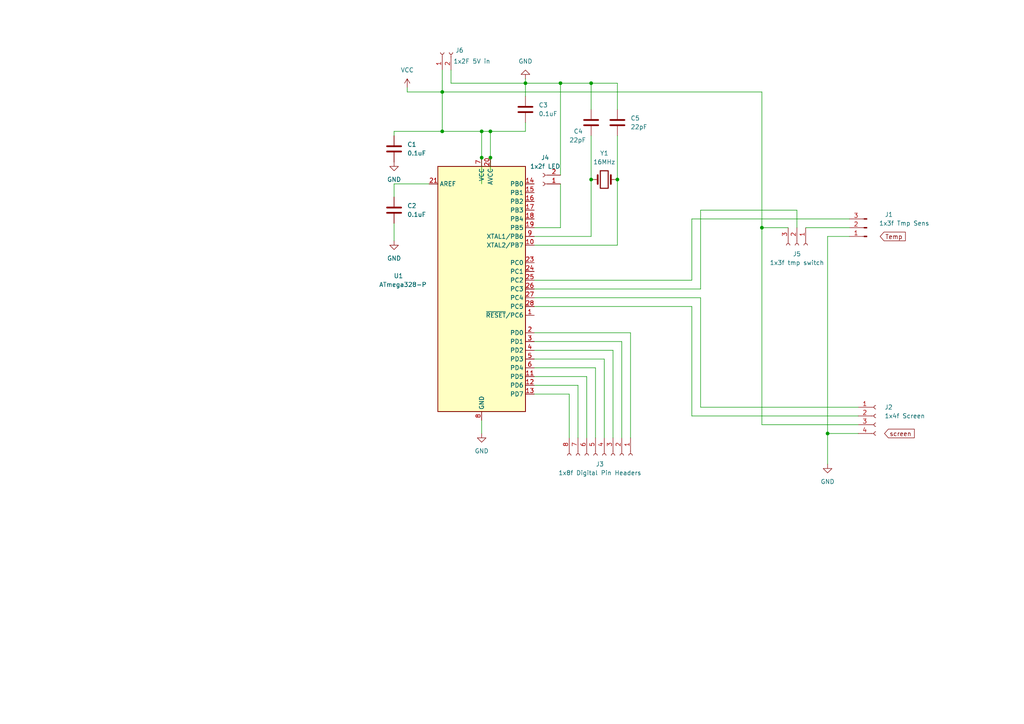
<source format=kicad_sch>
(kicad_sch (version 20211123) (generator eeschema)
  (paper "A4")
  (title_block (title "Remote Water Quality Monitor") (date "2022-10-30") (rev "MDR") (company "Team 29/01"))
  (lib_symbols
    (symbol "Connector:Conn_01x02_Female" (pin_names (offset 1.016) hide)
      (property "Reference" "J" (at 0 2.54 0))
      (property "Value" "Conn_01x02_Female" (at 0 -5.08 0))
      (symbol "Conn_01x02_Female_1_1"
        (arc (start 0 -2.032) (mid -0.508 -2.54) (end 0 -3.048) (stroke (width 0.1524)))
        (polyline (pts (xy -1.27 -2.54) (xy -0.508 -2.54)) (stroke (width 0.1524)))
        (polyline (pts (xy -1.27 0) (xy -0.508 0)) (stroke (width 0.1524)))
        (arc (start 0 0.508) (mid -0.508 0) (end 0 -0.508) (stroke (width 0.1524)))
        (pin passive line (at -5.08 0 0) (length 3.81) (name "Pin_1") (number "1"))
        (pin passive line (at -5.08 -2.54 0) (length 3.81) (name "Pin_2") (number "2"))
      )
    )
    (symbol "Connector:Conn_01x03_Female" (pin_names (offset 1.016) hide)
      (property "Reference" "J" (at 0 5.08 0))
      (property "Value" "Conn_01x03_Female" (at 0 -5.08 0))
      (symbol "Conn_01x03_Female_1_1"
        (arc (start 0 -2.032) (mid -0.508 -2.54) (end 0 -3.048) (stroke (width 0.1524)))
        (polyline (pts (xy -1.27 -2.54) (xy -0.508 -2.54)) (stroke (width 0.1524)))
        (polyline (pts (xy -1.27 0) (xy -0.508 0)) (stroke (width 0.1524)))
        (polyline (pts (xy -1.27 2.54) (xy -0.508 2.54)) (stroke (width 0.1524)))
        (arc (start 0 0.508) (mid -0.508 0) (end 0 -0.508) (stroke (width 0.1524)))
        (arc (start 0 3.048) (mid -0.508 2.54) (end 0 2.032) (stroke (width 0.1524)))
        (pin passive line (at -5.08 2.54 0) (length 3.81) (name "Pin_1") (number "1"))
        (pin passive line (at -5.08 0 0) (length 3.81) (name "Pin_2") (number "2"))
        (pin passive line (at -5.08 -2.54 0) (length 3.81) (name "Pin_3") (number "3"))
      )
    )
    (symbol "Connector:Conn_01x03_Male" (pin_names (offset 1.016) hide)
      (property "Reference" "J" (at 0 5.08 0))
      (property "Value" "Conn_01x03_Male" (at 0 -5.08 0))
      (symbol "Conn_01x03_Male_1_1"
        (polyline (pts (xy 1.27 -2.54) (xy 0.8636 -2.54)) (stroke (width 0.1524)))
        (polyline (pts (xy 1.27 0) (xy 0.8636 0)) (stroke (width 0.1524)))
        (polyline (pts (xy 1.27 2.54) (xy 0.8636 2.54)) (stroke (width 0.1524)))
        (rectangle (start 0.8636 -2.413) (end 0 -2.667) (stroke (width 0.1524)) (fill (type outline)))
        (rectangle (start 0.8636 0.127) (end 0 -0.127) (stroke (width 0.1524)) (fill (type outline)))
        (rectangle (start 0.8636 2.667) (end 0 2.413) (stroke (width 0.1524)) (fill (type outline)))
        (pin passive line (at 5.08 2.54 180) (length 3.81) (name "Pin_1") (number "1"))
        (pin passive line (at 5.08 0 180) (length 3.81) (name "Pin_2") (number "2"))
        (pin passive line (at 5.08 -2.54 180) (length 3.81) (name "Pin_3") (number "3"))
      )
    )
    (symbol "Connector:Conn_01x04_Female" (pin_names (offset 1.016) hide)
      (property "Reference" "J" (at 0 5.08 0))
      (property "Value" "Conn_01x04_Female" (at 0 -7.62 0))
      (symbol "Conn_01x04_Female_1_1"
        (arc (start 0 -4.572) (mid -0.508 -5.08) (end 0 -5.588) (stroke (width 0.1524)))
        (arc (start 0 -2.032) (mid -0.508 -2.54) (end 0 -3.048) (stroke (width 0.1524)))
        (polyline (pts (xy -1.27 -5.08) (xy -0.508 -5.08)) (stroke (width 0.1524)))
        (polyline (pts (xy -1.27 -2.54) (xy -0.508 -2.54)) (stroke (width 0.1524)))
        (polyline (pts (xy -1.27 0) (xy -0.508 0)) (stroke (width 0.1524)))
        (polyline (pts (xy -1.27 2.54) (xy -0.508 2.54)) (stroke (width 0.1524)))
        (arc (start 0 0.508) (mid -0.508 0) (end 0 -0.508) (stroke (width 0.1524)))
        (arc (start 0 3.048) (mid -0.508 2.54) (end 0 2.032) (stroke (width 0.1524)))
        (pin passive line (at -5.08 2.54 0) (length 3.81) (name "Pin_1") (number "1"))
        (pin passive line (at -5.08 0 0) (length 3.81) (name "Pin_2") (number "2"))
        (pin passive line (at -5.08 -2.54 0) (length 3.81) (name "Pin_3") (number "3"))
        (pin passive line (at -5.08 -5.08 0) (length 3.81) (name "Pin_4") (number "4"))
      )
    )
    (symbol "Connector:Conn_01x08_Female" (pin_names (offset 1.016) hide)
      (property "Reference" "J" (at 0 10.16 0))
      (property "Value" "Conn_01x08_Female" (at 0 -12.7 0))
      (symbol "Conn_01x08_Female_1_1"
        (arc (start 0 -9.652) (mid -0.508 -10.16) (end 0 -10.668) (stroke (width 0.1524)))
        (arc (start 0 -7.112) (mid -0.508 -7.62) (end 0 -8.128) (stroke (width 0.1524)))
        (arc (start 0 -4.572) (mid -0.508 -5.08) (end 0 -5.588) (stroke (width 0.1524)))
        (arc (start 0 -2.032) (mid -0.508 -2.54) (end 0 -3.048) (stroke (width 0.1524)))
        (polyline (pts (xy -1.27 -10.16) (xy -0.508 -10.16)) (stroke (width 0.1524)))
        (polyline (pts (xy -1.27 -7.62) (xy -0.508 -7.62)) (stroke (width 0.1524)))
        (polyline (pts (xy -1.27 -5.08) (xy -0.508 -5.08)) (stroke (width 0.1524)))
        (polyline (pts (xy -1.27 -2.54) (xy -0.508 -2.54)) (stroke (width 0.1524)))
        (polyline (pts (xy -1.27 0) (xy -0.508 0)) (stroke (width 0.1524)))
        (polyline (pts (xy -1.27 2.54) (xy -0.508 2.54)) (stroke (width 0.1524)))
        (polyline (pts (xy -1.27 5.08) (xy -0.508 5.08)) (stroke (width 0.1524)))
        (polyline (pts (xy -1.27 7.62) (xy -0.508 7.62)) (stroke (width 0.1524)))
        (arc (start 0 0.508) (mid -0.508 0) (end 0 -0.508) (stroke (width 0.1524)))
        (arc (start 0 3.048) (mid -0.508 2.54) (end 0 2.032) (stroke (width 0.1524)))
        (arc (start 0 5.588) (mid -0.508 5.08) (end 0 4.572) (stroke (width 0.1524)))
        (arc (start 0 8.128) (mid -0.508 7.62) (end 0 7.112) (stroke (width 0.1524)))
        (pin passive line (at -5.08 7.62 0) (length 3.81) (name "Pin_1") (number "1"))
        (pin passive line (at -5.08 5.08 0) (length 3.81) (name "Pin_2") (number "2"))
        (pin passive line (at -5.08 2.54 0) (length 3.81) (name "Pin_3") (number "3"))
        (pin passive line (at -5.08 0 0) (length 3.81) (name "Pin_4") (number "4"))
        (pin passive line (at -5.08 -2.54 0) (length 3.81) (name "Pin_5") (number "5"))
        (pin passive line (at -5.08 -5.08 0) (length 3.81) (name "Pin_6") (number "6"))
        (pin passive line (at -5.08 -7.62 0) (length 3.81) (name "Pin_7") (number "7"))
        (pin passive line (at -5.08 -10.16 0) (length 3.81) (name "Pin_8") (number "8"))
      )
    )
    (symbol "Device:C" (pin_numbers hide) (pin_names (offset 0.254))
      (property "Reference" "C" (at 0.635 2.54 0))
      (property "Value" "C" (at 0.635 -2.54 0))
      (symbol "C_0_1"
        (polyline (pts (xy -2.032 -0.762) (xy 2.032 -0.762)) (stroke (width 0.508)))
        (polyline (pts (xy -2.032 0.762) (xy 2.032 0.762)) (stroke (width 0.508)))
      )
      (symbol "C_1_1"
        (pin passive line (at 0 3.81 270) (length 2.794) (name "~") (number "1"))
        (pin passive line (at 0 -3.81 90) (length 2.794) (name "~") (number "2"))
      )
    )
    (symbol "Device:Crystal" (pin_numbers hide) (pin_names (offset 1.016) hide)
      (property "Reference" "Y" (at 0 3.81 0))
      (property "Value" "Crystal" (at 0 -3.81 0))
      (symbol "Crystal_0_1"
        (rectangle (start -1.143 2.54) (end 1.143 -2.54) (stroke (width 0.3048)))
        (polyline (pts (xy -2.54 0) (xy -1.905 0)))
        (polyline (pts (xy -1.905 -1.27) (xy -1.905 1.27)) (stroke (width 0.508)))
        (polyline (pts (xy 1.905 -1.27) (xy 1.905 1.27)) (stroke (width 0.508)))
        (polyline (pts (xy 2.54 0) (xy 1.905 0)))
      )
      (symbol "Crystal_1_1"
        (pin passive line (at -3.81 0 0) (length 1.27) (name "1") (number "1"))
        (pin passive line (at 3.81 0 180) (length 1.27) (name "2") (number "2"))
      )
    )
    (symbol "MCU_Microchip_ATmega:ATmega328-P"
      (property "Reference" "U" (at -12.7 36.83 0))
      (property "Value" "ATmega328-P" (at 2.54 -36.83 0))
      (symbol "ATmega328-P_0_1"
        (rectangle (start -12.7 -35.56) (end 12.7 35.56) (stroke (width 0.254)) (fill (type background)))
      )
      (symbol "ATmega328-P_1_1"
        (pin bidirectional line (at 15.24 -7.62 180) (length 2.54) (name "~{RESET}/PC6") (number "1"))
        (pin bidirectional line (at 15.24 12.7 180) (length 2.54) (name "XTAL2/PB7") (number "10"))
        (pin bidirectional line (at 15.24 -25.4 180) (length 2.54) (name "PD5") (number "11"))
        (pin bidirectional line (at 15.24 -27.94 180) (length 2.54) (name "PD6") (number "12"))
        (pin bidirectional line (at 15.24 -30.48 180) (length 2.54) (name "PD7") (number "13"))
        (pin bidirectional line (at 15.24 30.48 180) (length 2.54) (name "PB0") (number "14"))
        (pin bidirectional line (at 15.24 27.94 180) (length 2.54) (name "PB1") (number "15"))
        (pin bidirectional line (at 15.24 25.4 180) (length 2.54) (name "PB2") (number "16"))
        (pin bidirectional line (at 15.24 22.86 180) (length 2.54) (name "PB3") (number "17"))
        (pin bidirectional line (at 15.24 20.32 180) (length 2.54) (name "PB4") (number "18"))
        (pin bidirectional line (at 15.24 17.78 180) (length 2.54) (name "PB5") (number "19"))
        (pin bidirectional line (at 15.24 -12.7 180) (length 2.54) (name "PD0") (number "2"))
        (pin power_in line (at 2.54 38.1 270) (length 2.54) (name "AVCC") (number "20"))
        (pin passive line (at -15.24 30.48 0) (length 2.54) (name "AREF") (number "21"))
        (pin passive line (at 0 -38.1 90) (length 2.54) hide (name "GND") (number "22"))
        (pin bidirectional line (at 15.24 7.62 180) (length 2.54) (name "PC0") (number "23"))
        (pin bidirectional line (at 15.24 5.08 180) (length 2.54) (name "PC1") (number "24"))
        (pin bidirectional line (at 15.24 2.54 180) (length 2.54) (name "PC2") (number "25"))
        (pin bidirectional line (at 15.24 0 180) (length 2.54) (name "PC3") (number "26"))
        (pin bidirectional line (at 15.24 -2.54 180) (length 2.54) (name "PC4") (number "27"))
        (pin bidirectional line (at 15.24 -5.08 180) (length 2.54) (name "PC5") (number "28"))
        (pin bidirectional line (at 15.24 -15.24 180) (length 2.54) (name "PD1") (number "3"))
        (pin bidirectional line (at 15.24 -17.78 180) (length 2.54) (name "PD2") (number "4"))
        (pin bidirectional line (at 15.24 -20.32 180) (length 2.54) (name "PD3") (number "5"))
        (pin bidirectional line (at 15.24 -22.86 180) (length 2.54) (name "PD4") (number "6"))
        (pin power_in line (at 0 38.1 270) (length 2.54) (name "VCC") (number "7"))
        (pin power_in line (at 0 -38.1 90) (length 2.54) (name "GND") (number "8"))
        (pin bidirectional line (at 15.24 15.24 180) (length 2.54) (name "XTAL1/PB6") (number "9"))
      )
    )
    (symbol "power:GND" (power) (pin_names (offset 0))
      (property "Value" "GND" (at 0 -3.81 0))
      (symbol "GND_0_1"
        (polyline (pts (xy 0 0) (xy 0 -1.27) (xy 1.27 -1.27) (xy 0 -2.54) (xy -1.27 -1.27) (xy 0 -1.27)))
      )
      (symbol "GND_1_1"
        (pin power_in line (at 0 0 270) (length 0) hide (name "GND") (number "1"))
      )
    )
    (symbol "power:VCC" (power) (pin_names (offset 0))
      (property "Value" "VCC" (at 0 3.81 0))
      (symbol "VCC_0_1"
        (polyline (pts (xy -0.762 1.27) (xy 0 2.54)))
        (polyline (pts (xy 0 0) (xy 0 2.54)))
        (polyline (pts (xy 0 2.54) (xy 0.762 1.27)))
      )
      (symbol "VCC_1_1"
        (pin power_in line (at 0 0 90) (length 0) hide (name "VCC") (number "1"))
      )
    )
  )
  (junction (at 162.56 24.13))
  (junction (at 179.07 52.07))
  (junction (at 240.03 125.73))
  (junction (at 139.7 45.72))
  (junction (at 128.27 38.1))
  (junction (at 152.4 24.13))
  (junction (at 171.45 24.13))
  (junction (at 128.27 26.67))
  (junction (at 171.45 52.07))
  (junction (at 139.7 38.1))
  (junction (at 142.24 45.72))
  (junction (at 220.98 66.04))
  (junction (at 142.24 38.1))
  (wire (pts (xy 240.03 68.58) (xy 246.38 68.58)))
  (wire (pts (xy 240.03 68.58) (xy 240.03 125.73)))
  (wire (pts (xy 139.7 45.72) (xy 139.7 53.34)))
  (wire (pts (xy 240.03 134.62) (xy 240.03 125.73)))
  (wire (pts (xy 162.56 24.13) (xy 152.4 24.13)))
  (wire (pts (xy 162.56 53.34) (xy 162.56 66.04)))
  (wire (pts (xy 154.94 71.12) (xy 179.07 71.12)))
  (wire (pts (xy 203.2 60.96) (xy 231.14 60.96)))
  (wire (pts (xy 220.98 66.04) (xy 220.98 123.19)))
  (wire (pts (xy 114.3 39.37) (xy 114.3 38.1)))
  (wire (pts (xy 154.94 83.82) (xy 203.2 83.82)))
  (wire (pts (xy 154.94 68.58) (xy 171.45 68.58)))
  (wire (pts (xy 114.3 53.34) (xy 114.3 57.15)))
  (wire (pts (xy 152.4 38.1) (xy 152.4 35.56)))
  (wire (pts (xy 154.94 81.28) (xy 200.66 81.28)))
  (wire (pts (xy 142.24 38.1) (xy 142.24 45.72)))
  (wire (pts (xy 179.07 24.13) (xy 171.45 24.13)))
  (wire (pts (xy 154.94 96.52) (xy 182.88 96.52)))
  (wire (pts (xy 240.03 125.73) (xy 248.92 125.73)))
  (wire (pts (xy 172.72 106.68) (xy 172.72 127)))
  (wire (pts (xy 203.2 83.82) (xy 203.2 60.96)))
  (wire (pts (xy 152.4 22.86) (xy 152.4 24.13)))
  (wire (pts (xy 154.94 109.22) (xy 170.18 109.22)))
  (wire (pts (xy 203.2 118.11) (xy 248.92 118.11)))
  (wire (pts (xy 154.94 104.14) (xy 175.26 104.14)))
  (wire (pts (xy 124.46 53.34) (xy 114.3 53.34)))
  (wire (pts (xy 179.07 52.07) (xy 179.07 71.12)))
  (wire (pts (xy 162.56 24.13) (xy 162.56 50.8)))
  (wire (pts (xy 139.7 121.92) (xy 139.7 125.73)))
  (wire (pts (xy 170.18 109.22) (xy 170.18 127)))
  (wire (pts (xy 154.94 111.76) (xy 167.64 111.76)))
  (wire (pts (xy 171.45 24.13) (xy 162.56 24.13)))
  (wire (pts (xy 177.8 101.6) (xy 177.8 127)))
  (wire (pts (xy 128.27 20.32) (xy 128.27 26.67)))
  (wire (pts (xy 171.45 39.37) (xy 171.45 52.07)))
  (wire (pts (xy 154.94 101.6) (xy 177.8 101.6)))
  (wire (pts (xy 182.88 96.52) (xy 182.88 127)))
  (wire (pts (xy 139.7 38.1) (xy 139.7 45.72)))
  (wire (pts (xy 165.1 114.3) (xy 165.1 127)))
  (wire (pts (xy 154.94 106.68) (xy 172.72 106.68)))
  (wire (pts (xy 175.26 104.14) (xy 175.26 127)))
  (wire (pts (xy 203.2 86.36) (xy 203.2 118.11)))
  (wire (pts (xy 139.7 38.1) (xy 142.24 38.1)))
  (wire (pts (xy 154.94 114.3) (xy 165.1 114.3)))
  (wire (pts (xy 152.4 24.13) (xy 152.4 27.94)))
  (wire (pts (xy 142.24 38.1) (xy 152.4 38.1)))
  (wire (pts (xy 180.34 99.06) (xy 180.34 127)))
  (wire (pts (xy 154.94 66.04) (xy 162.56 66.04)))
  (wire (pts (xy 220.98 26.67) (xy 220.98 66.04)))
  (wire (pts (xy 118.11 26.67) (xy 118.11 25.4)))
  (wire (pts (xy 152.4 24.13) (xy 130.81 24.13)))
  (wire (pts (xy 128.27 26.67) (xy 128.27 38.1)))
  (wire (pts (xy 220.98 66.04) (xy 228.6 66.04)))
  (wire (pts (xy 200.66 120.65) (xy 248.92 120.65)))
  (wire (pts (xy 200.66 81.28) (xy 200.66 63.5)))
  (wire (pts (xy 154.94 99.06) (xy 180.34 99.06)))
  (wire (pts (xy 167.64 111.76) (xy 167.64 127)))
  (wire (pts (xy 200.66 88.9) (xy 200.66 120.65)))
  (wire (pts (xy 231.14 66.04) (xy 231.14 60.96)))
  (wire (pts (xy 142.24 49.53) (xy 142.24 45.72)))
  (wire (pts (xy 171.45 52.07) (xy 171.45 68.58)))
  (wire (pts (xy 179.07 31.75) (xy 179.07 24.13)))
  (wire (pts (xy 114.3 69.85) (xy 114.3 64.77)))
  (wire (pts (xy 114.3 38.1) (xy 128.27 38.1)))
  (wire (pts (xy 128.27 38.1) (xy 139.7 38.1)))
  (wire (pts (xy 154.94 86.36) (xy 203.2 86.36)))
  (wire (pts (xy 233.68 66.04) (xy 246.38 66.04)))
  (wire (pts (xy 154.94 88.9) (xy 200.66 88.9)))
  (wire (pts (xy 220.98 123.19) (xy 248.92 123.19)))
  (wire (pts (xy 130.81 20.32) (xy 130.81 24.13)))
  (wire (pts (xy 171.45 31.75) (xy 171.45 24.13)))
  (wire (pts (xy 179.07 39.37) (xy 179.07 52.07)))
  (wire (pts (xy 128.27 26.67) (xy 220.98 26.67)))
  (wire (pts (xy 200.66 63.5) (xy 246.38 63.5)))
  (wire (pts (xy 128.27 26.67) (xy 118.11 26.67)))
  (global_label "Temp" (shape input) (at 255.27 68.58 0) (property "Intersheet References" "${INTERSHEET_REFS}" (effects hide)))
  (global_label "screen" (shape input) (at 256.54 125.73 0) (property "Intersheet References" "${INTERSHEET_REFS}" (effects hide)))
  (symbol (lib_id "Device:C") (at 114.3 60.96 0) (unit 1)
    (property "Reference" "C2" (at 118.11 59.6899 0) (effects (justify left)))
    (property "Value" "0.1uF" (at 118.11 62.2299 0) (effects (justify left)))
    (property "Footprint" "Capacitor_SMD:C_1206_3216Metric" (effects hide))
  )
  (symbol (lib_id "Device:C") (at 114.3 43.18 0) (unit 1)
    (property "Reference" "C1" (at 118.11 41.9099 0) (effects (justify left)))
    (property "Value" "0.1uF" (at 118.11 44.4499 0) (effects (justify left)))
    (property "Footprint" "Capacitor_SMD:C_1206_3216Metric" (effects hide))
  )
  (symbol (lib_id "power:GND") (at 139.7 125.73 0) (unit 1)
    (property "Reference" "#PWR0103" (effects hide))
    (property "Value" "GND" (at 139.7 130.81 0))
  )
  (symbol (lib_id "power:GND") (at 114.3 69.85 0) (unit 1)
    (property "Reference" "#PWR0106" (effects hide))
    (property "Value" "GND" (at 114.3 74.93 0))
  )
  (symbol (lib_id "Connector:Conn_01x08_Female") (at 175.26 132.08 270) (unit 1)
    (property "Reference" "J3" (at 173.99 134.62 90))
    (property "Value" "1x8f Digital Pin Headers" (at 173.99 137.16 90))
    (property "Footprint" "Connector_PinSocket_2.54mm:PinSocket_1x08_P2.54mm_Vertical" (effects hide))
  )
  (symbol (lib_id "Device:Crystal") (at 175.26 52.07 0) (unit 1)
    (property "Reference" "Y1" (at 175.26 44.45 0))
    (property "Value" "16MHz" (at 175.26 46.99 0))
    (property "Footprint" "Crystal:Crystal_SMD_3225-4Pin_3.2x2.5mm" (effects hide))
  )
  (symbol (lib_id "power:GND") (at 114.3 46.99 0) (unit 1)
    (property "Reference" "#PWR0105" (effects hide))
    (property "Value" "GND" (at 114.3 52.07 0))
  )
  (symbol (lib_id "Device:C") (at 179.07 35.56 0) (unit 1)
    (property "Reference" "C5" (at 182.88 34.2899 0) (effects (justify left)))
    (property "Value" "22pF" (at 182.88 36.8299 0) (effects (justify left)))
    (property "Footprint" "Capacitor_SMD:C_1206_3216Metric" (effects hide))
  )
  (symbol (lib_id "power:GND") (at 240.03 134.62 0) (unit 1)
    (property "Reference" "#PWR0104" (effects hide))
    (property "Value" "GND" (at 240.03 139.7 0))
  )
  (symbol (lib_id "Device:C") (at 171.45 35.56 0) (unit 1)
    (property "Reference" "C4" (at 166.37 38.1 0) (effects (justify left)))
    (property "Value" "22pF" (at 165.1 40.64 0) (effects (justify left)))
    (property "Footprint" "Capacitor_SMD:C_1206_3216Metric" (effects hide))
  )
  (symbol (lib_id "Connector:Conn_01x03_Female") (at 231.14 71.12 270) (unit 1)
    (property "Reference" "J5" (at 231.14 73.66 90))
    (property "Value" "1x3f tmp switch" (at 231.14 76.2 90))
    (property "Footprint" "Connector_PinSocket_2.54mm:PinSocket_1x03_P2.54mm_Vertical" (effects hide))
  )
  (symbol (lib_id "power:VCC") (at 118.11 25.4 0) (unit 1)
    (property "Reference" "#PWR0101" (effects hide))
    (property "Value" "VCC" (at 118.11 20.32 0))
  )
  (symbol (lib_id "MCU_Microchip_ATmega:ATmega328-P") (at 139.7 83.82 0) (unit 1)
    (property "Reference" "U1" (at 115.57 80.01 0))
    (property "Value" "ATmega328-P" (at 116.84 82.55 0))
    (property "Footprint" "Package_DIP:DIP-28_W7.62mm_Socket" (effects hide))
    (property "Datasheet" "http://ww1.microchip.com/downloads/en/DeviceDoc/ATmega328_P%20AVR%20MCU%20with%20picoPower%20Technology%20Data%20Sheet%2040001984A.pdf" (effects hide))
  )
  (symbol (lib_id "Connector:Conn_01x02_Female") (at 157.48 53.34 180) (unit 1)
    (property "Reference" "J4" (at 158.115 45.72 0))
    (property "Value" "1x2f LED" (at 158.115 48.26 0))
    (property "Footprint" "Connector_PinHeader_2.54mm:PinHeader_1x02_P2.54mm_Vertical" (effects hide))
  )
  (symbol (lib_id "power:GND") (at 152.4 22.86 180) (unit 1)
    (property "Reference" "#PWR0102" (effects hide))
    (property "Value" "GND" (at 152.4 17.78 0))
  )
  (symbol (lib_id "Connector:Conn_01x04_Female") (at 254 120.65 0) (unit 1)
    (property "Reference" "J2" (at 256.54 118.11 0) (effects (justify left)))
    (property "Value" "1x4f Screen" (at 256.54 120.65 0) (effects (justify left)))
    (property "Footprint" "Connector_PinSocket_2.54mm:PinSocket_1x04_P2.54mm_Vertical" (effects hide))
  )
  (symbol (lib_id "Connector:Conn_01x03_Male") (at 251.46 66.04 180) (unit 1)
    (property "Reference" "J1" (at 257.81 62.23 0))
    (property "Value" "1x3f Tmp Sens" (at 262.255 64.77 0))
    (property "Footprint" "Connector_PinSocket_2.54mm:PinSocket_1x03_P2.54mm_Vertical" (effects hide))
  )
  (symbol (lib_id "Connector:Conn_01x02_Female") (at 128.27 15.24 90) (unit 1)
    (property "Reference" "J6" (at 132.08 14.6049 90) (effects (justify right)))
    (property "Value" "1x2F 5V in" (at 142.24 17.78 90) (effects (justify left)))
    (property "Footprint" "Connector_PinHeader_2.54mm:PinHeader_1x02_P2.54mm_Vertical" (effects hide))
  )
  (symbol (lib_id "Device:C") (at 152.4 31.75 0) (unit 1)
    (property "Reference" "C3" (at 156.21 30.4799 0) (effects (justify left)))
    (property "Value" "0.1uF" (at 156.21 33.0199 0) (effects (justify left)))
    (property "Footprint" "Capacitor_SMD:C_1206_3216Metric" (effects hide))
  )
)
</source>
